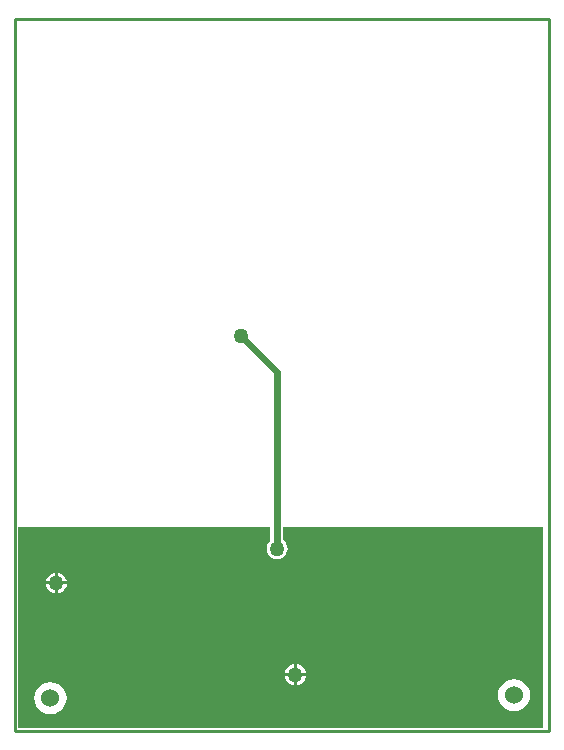
<source format=gbl>
G04*
G04 #@! TF.GenerationSoftware,Altium Limited,Altium Designer,18.0.12 (696)*
G04*
G04 Layer_Physical_Order=2*
G04 Layer_Color=16711680*
%FSLAX25Y25*%
%MOIN*%
G70*
G01*
G75*
%ADD11C,0.02362*%
%ADD12C,0.01000*%
%ADD24C,0.06000*%
%ADD25C,0.05000*%
G36*
X275590Y100394D02*
X100394D01*
Y167323D01*
X184390D01*
Y162594D01*
X184315Y162536D01*
X183754Y161804D01*
X183401Y160953D01*
X183281Y160039D01*
X183401Y159126D01*
X183754Y158274D01*
X184315Y157543D01*
X185046Y156982D01*
X185897Y156629D01*
X186811Y156509D01*
X187725Y156629D01*
X188576Y156982D01*
X189307Y157543D01*
X189868Y158274D01*
X190221Y159126D01*
X190341Y160039D01*
X190221Y160953D01*
X189868Y161804D01*
X189307Y162536D01*
X188838Y162896D01*
Y167323D01*
X275590D01*
Y100394D01*
D02*
G37*
%LPC*%
G36*
X113689Y152086D02*
Y149122D01*
X116653D01*
X116599Y149536D01*
X116246Y150387D01*
X115685Y151118D01*
X114954Y151679D01*
X114103Y152032D01*
X113689Y152086D01*
D02*
G37*
G36*
X112689D02*
X112275Y152032D01*
X111424Y151679D01*
X110693Y151118D01*
X110132Y150387D01*
X109779Y149536D01*
X109725Y149122D01*
X112689D01*
Y152086D01*
D02*
G37*
G36*
X116653Y148122D02*
X113689D01*
Y145158D01*
X114103Y145212D01*
X114954Y145565D01*
X115685Y146126D01*
X116246Y146857D01*
X116599Y147708D01*
X116653Y148122D01*
D02*
G37*
G36*
X112689D02*
X109725D01*
X109779Y147708D01*
X110132Y146857D01*
X110693Y146126D01*
X111424Y145565D01*
X112275Y145212D01*
X112689Y145158D01*
Y148122D01*
D02*
G37*
G36*
X193413Y121575D02*
Y118610D01*
X196378D01*
X196323Y119024D01*
X195971Y119875D01*
X195410Y120607D01*
X194678Y121168D01*
X193827Y121520D01*
X193413Y121575D01*
D02*
G37*
G36*
X192413D02*
X192000Y121520D01*
X191148Y121168D01*
X190417Y120607D01*
X189856Y119875D01*
X189504Y119024D01*
X189449Y118610D01*
X192413D01*
Y121575D01*
D02*
G37*
G36*
X196378Y117610D02*
X193413D01*
Y114646D01*
X193827Y114700D01*
X194678Y115053D01*
X195410Y115614D01*
X195971Y116345D01*
X196323Y117197D01*
X196378Y117610D01*
D02*
G37*
G36*
X192413D02*
X189449D01*
X189504Y117197D01*
X189856Y116345D01*
X190417Y115614D01*
X191148Y115053D01*
X192000Y114700D01*
X192413Y114646D01*
Y117610D01*
D02*
G37*
G36*
X265748Y116597D02*
X264356Y116414D01*
X263060Y115877D01*
X261946Y115022D01*
X261092Y113909D01*
X260555Y112612D01*
X260371Y111221D01*
X260555Y109829D01*
X261092Y108532D01*
X261946Y107419D01*
X263060Y106564D01*
X264356Y106027D01*
X265748Y105844D01*
X267140Y106027D01*
X268436Y106564D01*
X269550Y107419D01*
X270404Y108532D01*
X270941Y109829D01*
X271125Y111221D01*
X270941Y112612D01*
X270404Y113909D01*
X269550Y115022D01*
X268436Y115877D01*
X267140Y116414D01*
X265748Y116597D01*
D02*
G37*
G36*
X111221Y115613D02*
X109829Y115430D01*
X108532Y114893D01*
X107419Y114038D01*
X106564Y112925D01*
X106027Y111628D01*
X105844Y110236D01*
X106027Y108845D01*
X106564Y107548D01*
X107419Y106434D01*
X108532Y105580D01*
X109829Y105043D01*
X111221Y104859D01*
X112612Y105043D01*
X113909Y105580D01*
X115022Y106434D01*
X115877Y107548D01*
X116414Y108845D01*
X116597Y110236D01*
X116414Y111628D01*
X115877Y112925D01*
X115022Y114038D01*
X113909Y114893D01*
X112612Y115430D01*
X111221Y115613D01*
D02*
G37*
%LPD*%
D11*
X186614Y160039D02*
Y218996D01*
X174705Y230906D02*
X186614Y218996D01*
D12*
X99410Y99410D02*
Y336614D01*
Y99410D02*
X277559D01*
Y336614D01*
X99410D02*
X277559D01*
D24*
X265748Y111221D02*
D03*
X111221Y110236D02*
D03*
D25*
X192913Y118110D02*
D03*
X174705Y230906D02*
D03*
X186811Y160039D02*
D03*
X113189Y148622D02*
D03*
M02*

</source>
